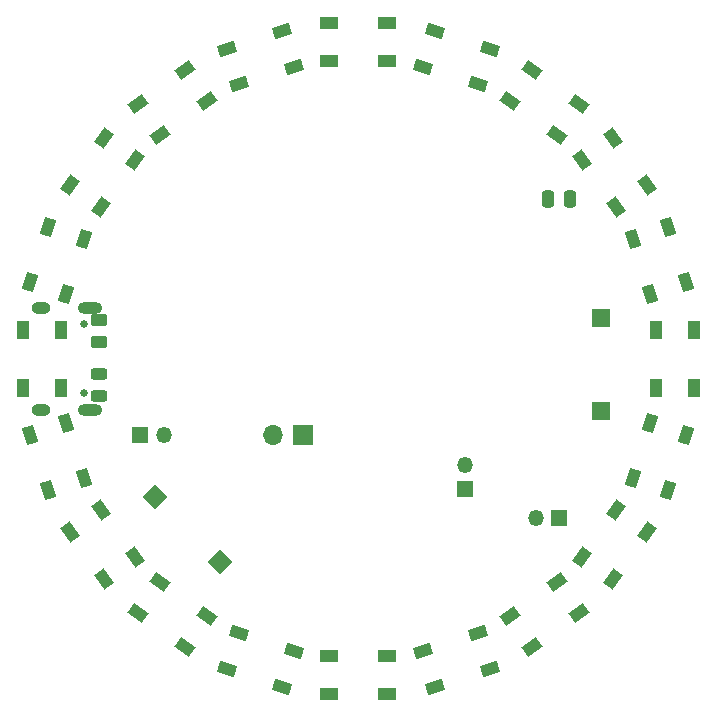
<source format=gbr>
%TF.GenerationSoftware,KiCad,Pcbnew,(6.0.7)*%
%TF.CreationDate,2023-03-05T02:27:35+08:00*%
%TF.ProjectId,CameraPosition,43616d65-7261-4506-9f73-6974696f6e2e,rev?*%
%TF.SameCoordinates,Original*%
%TF.FileFunction,Soldermask,Bot*%
%TF.FilePolarity,Negative*%
%FSLAX46Y46*%
G04 Gerber Fmt 4.6, Leading zero omitted, Abs format (unit mm)*
G04 Created by KiCad (PCBNEW (6.0.7)) date 2023-03-05 02:27:35*
%MOMM*%
%LPD*%
G01*
G04 APERTURE LIST*
G04 Aperture macros list*
%AMRoundRect*
0 Rectangle with rounded corners*
0 $1 Rounding radius*
0 $2 $3 $4 $5 $6 $7 $8 $9 X,Y pos of 4 corners*
0 Add a 4 corners polygon primitive as box body*
4,1,4,$2,$3,$4,$5,$6,$7,$8,$9,$2,$3,0*
0 Add four circle primitives for the rounded corners*
1,1,$1+$1,$2,$3*
1,1,$1+$1,$4,$5*
1,1,$1+$1,$6,$7*
1,1,$1+$1,$8,$9*
0 Add four rect primitives between the rounded corners*
20,1,$1+$1,$2,$3,$4,$5,0*
20,1,$1+$1,$4,$5,$6,$7,0*
20,1,$1+$1,$6,$7,$8,$9,0*
20,1,$1+$1,$8,$9,$2,$3,0*%
%AMRotRect*
0 Rectangle, with rotation*
0 The origin of the aperture is its center*
0 $1 length*
0 $2 width*
0 $3 Rotation angle, in degrees counterclockwise*
0 Add horizontal line*
21,1,$1,$2,0,0,$3*%
G04 Aperture macros list end*
%ADD10R,1.700000X1.700000*%
%ADD11O,1.700000X1.700000*%
%ADD12R,1.350000X1.350000*%
%ADD13O,1.350000X1.350000*%
%ADD14C,0.650000*%
%ADD15O,1.600000X1.000000*%
%ADD16O,2.100000X1.000000*%
%ADD17RotRect,1.500000X1.000000X342.000000*%
%ADD18RotRect,1.500000X1.000000X36.000000*%
%ADD19RotRect,1.500000X1.000000X324.000000*%
%ADD20RotRect,1.500000X1.000000X144.000000*%
%ADD21RotRect,1.500000X1.000000X18.000000*%
%ADD22RoundRect,0.243750X0.456250X-0.243750X0.456250X0.243750X-0.456250X0.243750X-0.456250X-0.243750X0*%
%ADD23R,1.000000X1.500000*%
%ADD24RoundRect,0.250000X0.450000X-0.262500X0.450000X0.262500X-0.450000X0.262500X-0.450000X-0.262500X0*%
%ADD25RotRect,1.500000X1.000000X108.000000*%
%ADD26RotRect,1.500000X1.000000X72.000000*%
%ADD27RotRect,1.500000X1.000000X126.000000*%
%ADD28RotRect,1.500000X1.000000X288.000000*%
%ADD29RoundRect,0.250000X-0.250000X-0.475000X0.250000X-0.475000X0.250000X0.475000X-0.250000X0.475000X0*%
%ADD30R,1.500000X1.000000*%
%ADD31RotRect,1.500000X1.000000X252.000000*%
%ADD32RotRect,1.500000X1.500000X315.000000*%
%ADD33RotRect,1.500000X1.000000X216.000000*%
%ADD34RotRect,1.500000X1.000000X306.000000*%
%ADD35RotRect,1.500000X1.000000X162.000000*%
%ADD36RotRect,1.500000X1.000000X198.000000*%
%ADD37R,1.500000X1.500000*%
%ADD38RotRect,1.500000X1.000000X234.000000*%
%ADD39RotRect,1.500000X1.000000X54.000000*%
G04 APERTURE END LIST*
D10*
%TO.C,BT1*%
X44300000Y-55500000D03*
D11*
X41760000Y-55500000D03*
%TD*%
D12*
%TO.C,TP3*%
X66000000Y-62500000D03*
D13*
X64000000Y-62500000D03*
%TD*%
D12*
%TO.C,TP2*%
X58000000Y-60000000D03*
D13*
X58000000Y-58000000D03*
%TD*%
D12*
%TO.C,TP1*%
X30500000Y-55500000D03*
D13*
X32500000Y-55500000D03*
%TD*%
D14*
%TO.C,J1*%
X25740000Y-46110000D03*
X25740000Y-51890000D03*
D15*
X22090000Y-53320000D03*
D16*
X26270000Y-44680000D03*
D15*
X22090000Y-44680000D03*
D16*
X26270000Y-53320000D03*
%TD*%
D17*
%TO.C,D15*%
X54457139Y-24276284D03*
X55445994Y-21232903D03*
X60106171Y-22747086D03*
X59117316Y-25790467D03*
%TD*%
D18*
%TO.C,D18*%
X32205720Y-30052845D03*
X30324807Y-27463991D03*
X34288990Y-24583843D03*
X36169903Y-27172697D03*
%TD*%
D19*
%TO.C,D14*%
X61830096Y-27172697D03*
X63711009Y-24583843D03*
X67675192Y-27463991D03*
X65794279Y-30052845D03*
%TD*%
D20*
%TO.C,D4*%
X36169903Y-70827302D03*
X34288990Y-73416156D03*
X30324807Y-70536008D03*
X32205720Y-67947154D03*
%TD*%
D21*
%TO.C,D17*%
X38882683Y-25790467D03*
X37893828Y-22747086D03*
X42554005Y-21232903D03*
X43542860Y-24276284D03*
%TD*%
D22*
%TO.C,D1*%
X27000000Y-52187500D03*
X27000000Y-50312500D03*
%TD*%
D23*
%TO.C,D11*%
X74200000Y-46550000D03*
X77400000Y-46550000D03*
X77400000Y-51450000D03*
X74200000Y-51450000D03*
%TD*%
D24*
%TO.C,R3*%
X27000000Y-47575000D03*
X27000000Y-45750000D03*
%TD*%
D25*
%TO.C,D2*%
X25790467Y-59117316D03*
X22747086Y-60106171D03*
X21232903Y-55445994D03*
X24276284Y-54457139D03*
%TD*%
D26*
%TO.C,D20*%
X24276284Y-43542860D03*
X21232903Y-42554005D03*
X22747086Y-37893828D03*
X25790467Y-38882683D03*
%TD*%
D27*
%TO.C,D3*%
X30052845Y-65794279D03*
X27463991Y-67675192D03*
X24583843Y-63711009D03*
X27172697Y-61830096D03*
%TD*%
D28*
%TO.C,D12*%
X72209532Y-38882683D03*
X75252913Y-37893828D03*
X76767096Y-42554005D03*
X73723715Y-43542860D03*
%TD*%
D29*
%TO.C,C18*%
X65050000Y-35500000D03*
X66950000Y-35500000D03*
%TD*%
D23*
%TO.C,D21*%
X23800000Y-51449999D03*
X20600000Y-51449999D03*
X20600000Y-46549999D03*
X23800000Y-46549999D03*
%TD*%
D30*
%TO.C,D16*%
X46550000Y-23800000D03*
X46550000Y-20600000D03*
X51450000Y-20600000D03*
X51450000Y-23800000D03*
%TD*%
%TO.C,D6*%
X51450000Y-74200000D03*
X51450000Y-77400000D03*
X46550000Y-77400000D03*
X46550000Y-74200000D03*
%TD*%
D31*
%TO.C,D10*%
X73723715Y-54457139D03*
X76767096Y-55445994D03*
X75252913Y-60106171D03*
X72209532Y-59117316D03*
%TD*%
D32*
%TO.C,SW1*%
X31742284Y-60742284D03*
X37257716Y-66257716D03*
%TD*%
D33*
%TO.C,D8*%
X65794279Y-67947154D03*
X67675192Y-70536008D03*
X63711009Y-73416156D03*
X61830096Y-70827302D03*
%TD*%
D34*
%TO.C,D13*%
X67947154Y-32205720D03*
X70536008Y-30324807D03*
X73416156Y-34288990D03*
X70827302Y-36169903D03*
%TD*%
D35*
%TO.C,D5*%
X43542860Y-73723715D03*
X42554005Y-76767096D03*
X37893828Y-75252913D03*
X38882683Y-72209532D03*
%TD*%
D36*
%TO.C,D7*%
X59117316Y-72209532D03*
X60106171Y-75252913D03*
X55445994Y-76767096D03*
X54457139Y-73723715D03*
%TD*%
D37*
%TO.C,SW2*%
X69500000Y-53400000D03*
X69500000Y-45600000D03*
%TD*%
D38*
%TO.C,D9*%
X70827302Y-61830096D03*
X73416156Y-63711009D03*
X70536008Y-67675192D03*
X67947154Y-65794279D03*
%TD*%
D39*
%TO.C,D19*%
X27172697Y-36169903D03*
X24583843Y-34288990D03*
X27463991Y-30324807D03*
X30052845Y-32205720D03*
%TD*%
M02*

</source>
